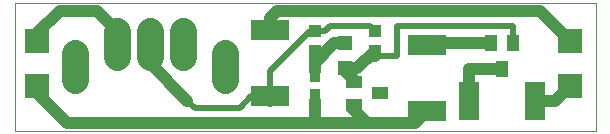
<source format=gtl>
G75*
%MOIN*%
%OFA0B0*%
%FSLAX25Y25*%
%IPPOS*%
%LPD*%
%AMOC8*
5,1,8,0,0,1.08239X$1,22.5*
%
%ADD10C,0.00000*%
%ADD11R,0.03543X0.02756*%
%ADD12R,0.04331X0.03937*%
%ADD13R,0.12598X0.07087*%
%ADD14R,0.07087X0.12598*%
%ADD15R,0.07874X0.07874*%
%ADD16R,0.03937X0.05512*%
%ADD17R,0.05512X0.03937*%
%ADD18R,0.04724X0.04724*%
%ADD19C,0.08858*%
%ADD20C,0.03937*%
%ADD21C,0.01969*%
D10*
X0001937Y0003333D02*
X0001937Y0045794D01*
X0195638Y0045794D01*
X0195638Y0003333D01*
X0001937Y0003333D01*
D11*
X0101937Y0015774D03*
X0101937Y0020892D03*
D12*
X0101937Y0029987D03*
X0121937Y0029987D03*
X0121937Y0036680D03*
X0101937Y0036680D03*
D13*
X0086937Y0036857D03*
X0139437Y0031857D03*
X0086937Y0014810D03*
X0139437Y0009810D03*
D14*
X0153413Y0013333D03*
X0175461Y0013333D03*
D15*
X0186937Y0018333D03*
X0186937Y0033333D03*
X0009437Y0033333D03*
X0009437Y0018333D03*
D16*
X0160697Y0032664D03*
X0168177Y0032664D03*
X0164437Y0024003D03*
D17*
X0123768Y0015833D03*
X0115106Y0012093D03*
X0115106Y0019573D03*
D18*
X0111937Y0024199D03*
X0111937Y0032467D03*
D19*
X0071937Y0029262D02*
X0071937Y0020404D01*
X0057937Y0027904D02*
X0057937Y0036762D01*
X0046937Y0036762D02*
X0046937Y0027904D01*
X0035937Y0027904D02*
X0035937Y0036762D01*
X0021937Y0029262D02*
X0021937Y0020404D01*
D20*
X0009437Y0018333D02*
X0009437Y0015833D01*
X0019437Y0005833D01*
X0101937Y0005833D01*
X0101937Y0013333D01*
X0114437Y0010833D02*
X0119437Y0005833D01*
X0101937Y0005833D01*
X0119437Y0005833D02*
X0135461Y0005833D01*
X0139437Y0009810D01*
X0153413Y0013333D02*
X0153413Y0024003D01*
X0164437Y0024003D01*
X0181937Y0013333D02*
X0186937Y0018333D01*
X0181937Y0013333D02*
X0175461Y0013333D01*
X0121937Y0029987D02*
X0116150Y0024199D01*
X0111937Y0024199D01*
X0111937Y0023333D02*
X0115106Y0020164D01*
X0115106Y0019573D01*
X0101937Y0023333D02*
X0101937Y0025833D01*
X0108571Y0032467D01*
X0111937Y0032467D01*
X0101937Y0029987D02*
X0101937Y0025833D01*
X0121937Y0028333D02*
X0121937Y0029987D01*
X0139437Y0031857D02*
X0139437Y0032664D01*
X0160697Y0032664D01*
X0176937Y0043333D02*
X0186937Y0033333D01*
X0176937Y0043333D02*
X0089437Y0043333D01*
X0086937Y0040833D01*
X0086937Y0036857D01*
X0046937Y0028333D02*
X0046937Y0025833D01*
X0059437Y0013333D01*
X0085913Y0015833D02*
X0086937Y0014810D01*
X0086937Y0013333D01*
X0009437Y0033333D02*
X0009437Y0035833D01*
X0016937Y0043333D01*
X0029437Y0043333D01*
X0034437Y0038333D01*
D21*
X0086937Y0023333D02*
X0086937Y0014810D01*
X0080913Y0014810D01*
X0076937Y0010833D01*
X0061937Y0010833D01*
X0059437Y0013333D01*
X0086937Y0023333D02*
X0100283Y0036680D01*
X0101937Y0036680D01*
X0105283Y0036680D01*
X0106937Y0038333D01*
X0120283Y0038333D01*
X0121937Y0036680D01*
X0129437Y0038333D02*
X0168177Y0038333D01*
X0168177Y0032664D01*
X0129437Y0028333D02*
X0129437Y0038333D01*
X0129437Y0028333D02*
X0121937Y0028333D01*
M02*

</source>
